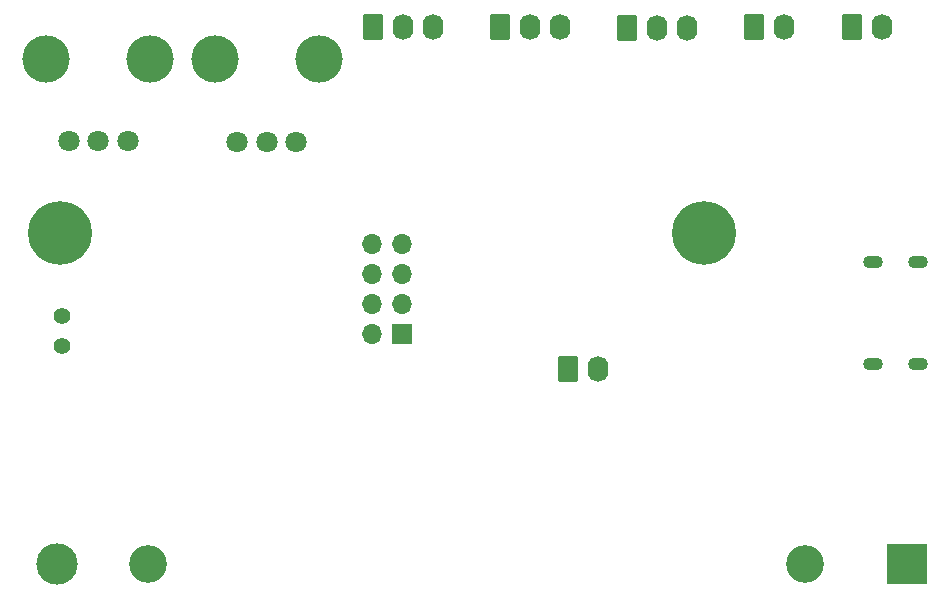
<source format=gbr>
%TF.GenerationSoftware,KiCad,Pcbnew,9.0.0*%
%TF.CreationDate,2025-03-25T21:18:25-04:00*%
%TF.ProjectId,interrupter,696e7465-7272-4757-9074-65722e6b6963,rev?*%
%TF.SameCoordinates,Original*%
%TF.FileFunction,Soldermask,Bot*%
%TF.FilePolarity,Negative*%
%FSLAX46Y46*%
G04 Gerber Fmt 4.6, Leading zero omitted, Abs format (unit mm)*
G04 Created by KiCad (PCBNEW 9.0.0) date 2025-03-25 21:18:25*
%MOMM*%
%LPD*%
G01*
G04 APERTURE LIST*
G04 Aperture macros list*
%AMRoundRect*
0 Rectangle with rounded corners*
0 $1 Rounding radius*
0 $2 $3 $4 $5 $6 $7 $8 $9 X,Y pos of 4 corners*
0 Add a 4 corners polygon primitive as box body*
4,1,4,$2,$3,$4,$5,$6,$7,$8,$9,$2,$3,0*
0 Add four circle primitives for the rounded corners*
1,1,$1+$1,$2,$3*
1,1,$1+$1,$4,$5*
1,1,$1+$1,$6,$7*
1,1,$1+$1,$8,$9*
0 Add four rect primitives between the rounded corners*
20,1,$1+$1,$2,$3,$4,$5,0*
20,1,$1+$1,$4,$5,$6,$7,0*
20,1,$1+$1,$6,$7,$8,$9,0*
20,1,$1+$1,$8,$9,$2,$3,0*%
G04 Aperture macros list end*
%ADD10C,0.800000*%
%ADD11C,5.400000*%
%ADD12RoundRect,0.250000X-0.620000X-0.845000X0.620000X-0.845000X0.620000X0.845000X-0.620000X0.845000X0*%
%ADD13O,1.740000X2.190000*%
%ADD14C,3.200000*%
%ADD15R,3.500000X3.500000*%
%ADD16C,3.500000*%
%ADD17R,1.700000X1.700000*%
%ADD18O,1.700000X1.700000*%
%ADD19C,4.000000*%
%ADD20C,1.800000*%
%ADD21O,1.700000X1.100000*%
%ADD22C,1.400000*%
G04 APERTURE END LIST*
D10*
%TO.C,H1*%
X244225000Y-99250000D03*
X244818109Y-97818109D03*
X244818109Y-100681891D03*
X246250000Y-97225000D03*
D11*
X246250000Y-99250000D03*
D10*
X246250000Y-101275000D03*
X247681891Y-97818109D03*
X247681891Y-100681891D03*
X248275000Y-99250000D03*
%TD*%
D12*
%TO.C,J7*%
X229000000Y-81770000D03*
D13*
X231540000Y-81770000D03*
X234080000Y-81770000D03*
%TD*%
D12*
%TO.C,J2*%
X250520000Y-81770000D03*
D13*
X253060000Y-81770000D03*
%TD*%
D14*
%TO.C,BT1*%
X254855000Y-127250000D03*
X199245000Y-127250000D03*
D15*
X263500000Y-127250000D03*
D16*
X191500000Y-127250000D03*
%TD*%
D17*
%TO.C,J4*%
X220750000Y-107750000D03*
D18*
X218210000Y-107750000D03*
X220750000Y-105210000D03*
X218210000Y-105210000D03*
X220750000Y-102670000D03*
X218210000Y-102670000D03*
X220750000Y-100130000D03*
X218210000Y-100130000D03*
%TD*%
D10*
%TO.C,H2*%
X189725000Y-99250000D03*
X190318109Y-97818109D03*
X190318109Y-100681891D03*
X191750000Y-97225000D03*
D11*
X191750000Y-99250000D03*
D10*
X191750000Y-101275000D03*
X193181891Y-97818109D03*
X193181891Y-100681891D03*
X193775000Y-99250000D03*
%TD*%
D19*
%TO.C,RV2*%
X190600000Y-84450000D03*
X199400000Y-84450000D03*
D20*
X197500000Y-91450000D03*
X195000000Y-91450000D03*
X192500000Y-91450000D03*
%TD*%
D12*
%TO.C,J3*%
X258790000Y-81750000D03*
D13*
X261330000Y-81750000D03*
%TD*%
D12*
%TO.C,J8*%
X239750000Y-81830000D03*
D13*
X242290000Y-81830000D03*
X244830000Y-81830000D03*
%TD*%
D12*
%TO.C,J6*%
X218250000Y-81750000D03*
D13*
X220790000Y-81750000D03*
X223330000Y-81750000D03*
%TD*%
D21*
%TO.C,J5*%
X260607500Y-110320000D03*
X264407500Y-110320000D03*
X260607500Y-101680000D03*
X264407500Y-101680000D03*
%TD*%
D19*
%TO.C,RV1*%
X204850000Y-84500000D03*
X213650000Y-84500000D03*
D20*
X211750000Y-91500000D03*
X209250000Y-91500000D03*
X206750000Y-91500000D03*
%TD*%
D12*
%TO.C,J1*%
X234750000Y-110750000D03*
D13*
X237290000Y-110750000D03*
%TD*%
D22*
%TO.C,U3*%
X191917500Y-106230000D03*
X191917500Y-108770000D03*
%TD*%
M02*

</source>
